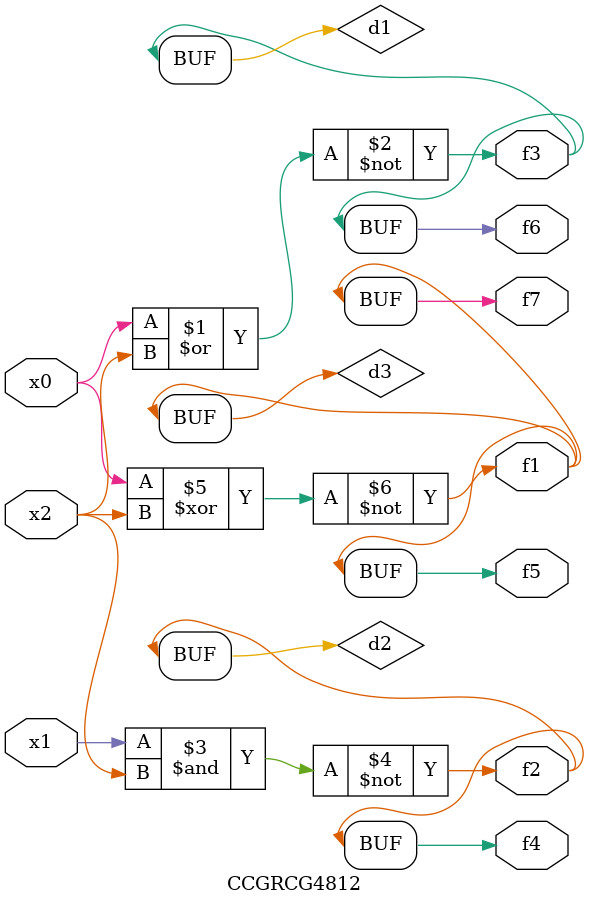
<source format=v>
module CCGRCG4812(
	input x0, x1, x2,
	output f1, f2, f3, f4, f5, f6, f7
);

	wire d1, d2, d3;

	nor (d1, x0, x2);
	nand (d2, x1, x2);
	xnor (d3, x0, x2);
	assign f1 = d3;
	assign f2 = d2;
	assign f3 = d1;
	assign f4 = d2;
	assign f5 = d3;
	assign f6 = d1;
	assign f7 = d3;
endmodule

</source>
